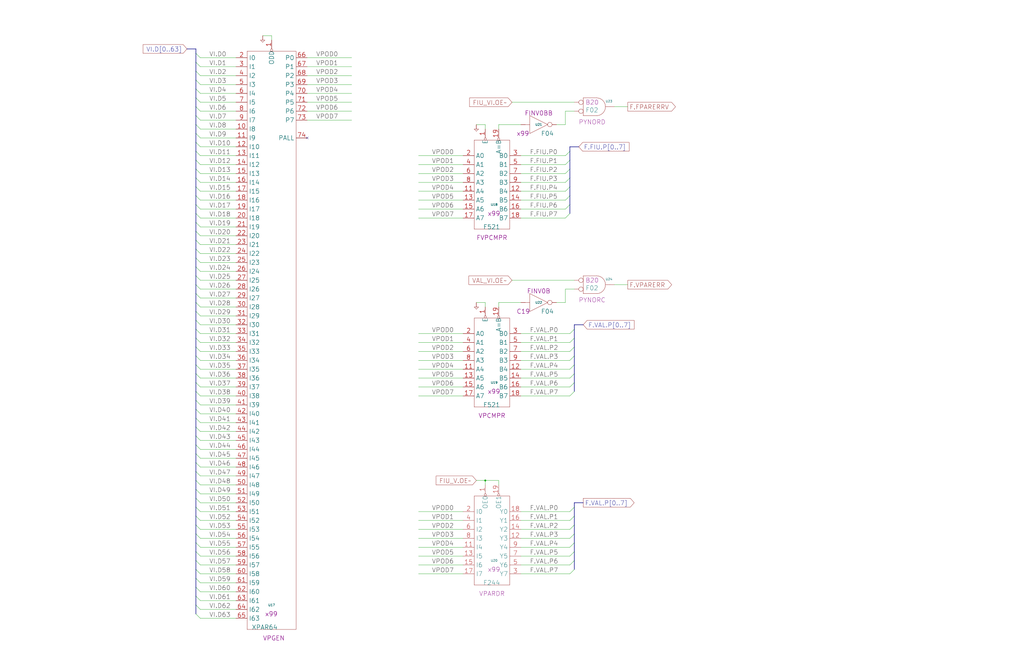
<source format=kicad_sch>
(kicad_sch (version 20221206) (generator eeschema)
  (paper "User" 584.2 378.46)
  (title_block (title "VAL/FIU BUS PARITY") (date "20-MAR-90") (rev "1.0") (comment 1 "FIU") (comment 2 "232-003065") (comment 3 "S400") (comment 4 "RELEASED"))
  (lib_symbols
    (symbol "r1000:F02" (pin_numbers hide) (pin_names hide)
      (property "Reference" "U" (at 12.16 0.635 0))
      (property "Value" "F02" (at -1.27 -4.445 0))
      (property "Location" "___" (at 2.54 0 0))
      (property "Name" "______" (at 2.54 -12.7 0))
      (symbol "F02_0_1"
        (arc (start -3.81 -7.62) (mid -2.9847 -2.54) (end -3.81 2.54) (stroke (width 0.1524)))
        (polyline (pts (xy -5.08 -5.08) (xy -3.175 -5.08)) (stroke (width 0.1524)))
        (polyline (pts (xy -5.08 0) (xy -3.175 0)) (stroke (width 0.1524)))
        (polyline (pts (xy -3.81 -7.62) (xy 2.54 -7.62)) (stroke (width 0.1524)))
        (polyline (pts (xy -3.81 2.54) (xy 2.54 2.54)) (stroke (width 0.1524)))
        (polyline (pts (xy 13.97 -2.54) (xy 12.7 -2.54)) (stroke (width 0.1524)))
        (arc (start 2.54 -7.62) (mid 6.9515 -5.9823) (end 10.16 -2.54) (stroke (width 0.1524)))
        (arc (start 10.16 -2.54) (mid 6.9478 0.8966) (end 2.54 2.54) (stroke (width 0.1524)))
        (circle (center 11.43 -2.54) (radius 1.27) (stroke (width 0.1524)))
      )
      (symbol "F02_0_2"
        (circle (center -3.81 -5.08) (radius 1.27) (stroke (width 0.1524)))
        (circle (center -3.81 0) (radius 1.27) (stroke (width 0.1524)))
        (polyline (pts (xy -2.54 -7.62) (xy 5.08 -7.62)) (stroke (width 0.1524)))
        (polyline (pts (xy -2.54 2.54) (xy -2.54 -7.62)) (stroke (width 0.1524)))
        (polyline (pts (xy -2.54 2.54) (xy 5.08 2.54)) (stroke (width 0.1524)))
        (polyline (pts (xy 11.43 -2.54) (xy 10.16 -2.54)) (stroke (width 0.1524)))
        (polyline (pts (xy 11.43 -2.54) (xy 12.7 -2.54)) (stroke (width 0.1524)))
        (arc (start 5.08 -7.62) (mid 10.1282 -2.54) (end 5.08 2.54) (stroke (width 0.1524)))
      )
      (symbol "F02_1_1"
        (pin input line (at -7.62 0 0) (length 2.54) (name "D0") (number "1"))
        (pin input line (at -7.62 -5.08 0) (length 2.54) (name "D1") (number "2"))
        (pin output line (at 15.24 -2.54 180) (length 1.27) (name "Q") (number "3"))
      )
      (symbol "F02_1_2"
        (pin input line (at -7.62 0 0) (length 2.54) (name "D0") (number "1"))
        (pin input line (at -7.62 -5.08 0) (length 2.54) (name "D1") (number "2"))
        (pin output line (at 15.24 -2.54 180) (length 2.54) (name "Q") (number "3"))
      )
    )
    (symbol "r1000:F04" (pin_numbers hide) (pin_names hide)
      (property "Reference" "U" (at 0 0 0))
      (property "Value" "F04" (at 1.27 -5.08 0))
      (property "Location" "___" (at -12.7 -5.08 0))
      (property "Name" "______" (at 0 5.08 0))
      (symbol "F04_0_1"
        (polyline (pts (xy -7.62 0) (xy -5.08 0)) (stroke (width 0.1524)))
        (polyline (pts (xy -5.08 5.08) (xy -5.08 -5.08)) (stroke (width 0.1524)))
        (polyline (pts (xy 5.08 0) (xy -5.08 -5.08)) (stroke (width 0.1524)))
        (polyline (pts (xy 5.08 0) (xy -5.08 5.08)) (stroke (width 0.1524)))
        (circle (center 6.35 0) (radius 1.27) (stroke (width 0.1524)))
      )
      (symbol "F04_1_1"
        (pin input line (at -10.16 0 0) (length 2.54) (name "D0") (number "1"))
        (pin output line (at 10.16 0 180) (length 2.54) (name "Q") (number "2"))
      )
    )
    (symbol "r1000:F244" (pin_names (offset 1.016))
      (property "Reference" "U" (at 2.54 5.08 0))
      (property "Value" "F244" (at -3.81 -7.62 0))
      (property "Location" "___" (at -1.27 0 0))
      (property "Name" "______" (at 1.27 -15.24 0))
      (symbol "F244_1_1"
        (rectangle (start -8.89 41.91) (end 11.43 -8.89))
        (circle (center -2.54 42.545) (radius 0.635))
        (circle (center 5.08 42.545) (radius 0.635))
        (pin input line (at -2.54 48.26 270) (length 5.08) (name "OE0") (number "1"))
        (pin input line (at -15.24 12.7 0) (length 6.35) (name "I4") (number "11"))
        (pin tri_state line (at 17.78 17.78 180) (length 6.35) (name "Y3") (number "12"))
        (pin input line (at -15.24 7.62 0) (length 6.35) (name "I5") (number "13"))
        (pin tri_state line (at 17.78 22.86 180) (length 6.35) (name "Y2") (number "14"))
        (pin input line (at -15.24 2.54 0) (length 6.35) (name "I6") (number "15"))
        (pin tri_state line (at 17.78 27.94 180) (length 6.35) (name "Y1") (number "16"))
        (pin input line (at -15.24 -2.54 0) (length 6.35) (name "I7") (number "17"))
        (pin tri_state line (at 17.78 33.02 180) (length 6.35) (name "Y0") (number "18"))
        (pin input line (at 5.08 48.26 270) (length 5.08) (name "OE1") (number "19"))
        (pin input line (at -15.24 33.02 0) (length 6.35) (name "I0") (number "2"))
        (pin tri_state line (at 17.78 -2.54 180) (length 6.35) (name "Y7") (number "3"))
        (pin input line (at -15.24 27.94 0) (length 6.35) (name "I1") (number "4"))
        (pin tri_state line (at 17.78 2.54 180) (length 6.35) (name "Y6") (number "5"))
        (pin input line (at -15.24 22.86 0) (length 6.35) (name "I2") (number "6"))
        (pin tri_state line (at 17.78 7.62 180) (length 6.35) (name "Y5") (number "7"))
        (pin input line (at -15.24 17.78 0) (length 6.35) (name "I3") (number "8"))
        (pin tri_state line (at 17.78 12.7 180) (length 6.35) (name "Y4") (number "9"))
      )
    )
    (symbol "r1000:F521" (pin_names (offset 1.016))
      (property "Reference" "U" (at 2.54 5.08 0))
      (property "Value" "F521" (at -3.81 -7.62 0))
      (property "Location" "___" (at -1.27 0 0))
      (property "Name" "______" (at 1.27 -15.24 0))
      (symbol "F521_1_1"
        (rectangle (start -8.89 41.91) (end 11.43 -8.89))
        (circle (center -2.54 42.545) (radius 0.635))
        (circle (center 5.08 42.545) (radius 0.635))
        (pin input line (at -2.54 48.26 270) (length 5.08) (name "E") (number "1"))
        (pin input line (at -15.24 12.7 0) (length 6.35) (name "A4") (number "11"))
        (pin input line (at 17.78 12.7 180) (length 6.35) (name "B4") (number "12"))
        (pin input line (at -15.24 7.62 0) (length 6.35) (name "A5") (number "13"))
        (pin input line (at 17.78 7.62 180) (length 6.35) (name "B5") (number "14"))
        (pin input line (at -15.24 2.54 0) (length 6.35) (name "A6") (number "15"))
        (pin input line (at 17.78 2.54 180) (length 6.35) (name "B6") (number "16"))
        (pin input line (at -15.24 -2.54 0) (length 6.35) (name "A7") (number "17"))
        (pin input line (at 17.78 -2.54 180) (length 6.35) (name "B7") (number "18"))
        (pin output line (at 5.08 48.26 270) (length 5.08) (name "A=B") (number "19"))
        (pin input line (at -15.24 33.02 0) (length 6.35) (name "A0") (number "2"))
        (pin input line (at 17.78 33.02 180) (length 6.35) (name "B0") (number "3"))
        (pin input line (at -15.24 27.94 0) (length 6.35) (name "A1") (number "4"))
        (pin input line (at 17.78 27.94 180) (length 6.35) (name "B1") (number "5"))
        (pin input line (at -15.24 22.86 0) (length 6.35) (name "A2") (number "6"))
        (pin input line (at 17.78 22.86 180) (length 6.35) (name "B2") (number "7"))
        (pin input line (at -15.24 17.78 0) (length 6.35) (name "A3") (number "8"))
        (pin input line (at 17.78 17.78 180) (length 6.35) (name "B3") (number "9"))
      )
    )
    (symbol "r1000:PD" (power) (pin_numbers hide) (pin_names hide) (in_bom no)
      (symbol "PD_0_1"
        (polyline (pts (xy 0 -2.54) (xy 1.27 -2.54) (xy 0 -3.81) (xy -1.27 -2.54) (xy 0 -2.54)) (stroke (width 0.1524)))
      )
      (symbol "PD_1_1"
        (pin power_in line (at 0 0 270) (length 2.54) (name "PD") (number "1"))
      )
    )
    (symbol "r1000:XPAR64" (pin_names (offset 1.016))
      (property "Reference" "U" (at 2.54 5.08 0))
      (property "Value" "XPAR64" (at -8.89 -7.62 0))
      (property "Location" "___" (at -1.27 0 0))
      (property "Name" "______" (at 3.81 -15.24 0))
      (symbol "XPAR64_1_1"
        (rectangle (start -11.43 321.31) (end 16.51 -8.89))
        (circle (center 2.54 321.945) (radius 0.635))
        (pin input line (at 2.54 327.66 270) (length 5.08) (name "ODD") (number "1"))
        (pin input line (at -17.78 276.86 0) (length 6.35) (name "I8") (number "10"))
        (pin input line (at -17.78 271.78 0) (length 6.35) (name "I9") (number "11"))
        (pin input line (at -17.78 266.7 0) (length 6.35) (name "I10") (number "12"))
        (pin input line (at -17.78 261.62 0) (length 6.35) (name "I11") (number "13"))
        (pin input line (at -17.78 256.54 0) (length 6.35) (name "I12") (number "14"))
        (pin input line (at -17.78 251.46 0) (length 6.35) (name "I13") (number "15"))
        (pin input line (at -17.78 246.38 0) (length 6.35) (name "I14") (number "16"))
        (pin input line (at -17.78 241.3 0) (length 6.35) (name "I15") (number "17"))
        (pin input line (at -17.78 236.22 0) (length 6.35) (name "I16") (number "18"))
        (pin input line (at -17.78 231.14 0) (length 6.35) (name "I17") (number "19"))
        (pin input line (at -17.78 317.5 0) (length 6.35) (name "I0") (number "2"))
        (pin input line (at -17.78 226.06 0) (length 6.35) (name "I18") (number "20"))
        (pin input line (at -17.78 220.98 0) (length 6.35) (name "I19") (number "21"))
        (pin input line (at -17.78 215.9 0) (length 6.35) (name "I20") (number "22"))
        (pin input line (at -17.78 210.82 0) (length 6.35) (name "I21") (number "23"))
        (pin input line (at -17.78 205.74 0) (length 6.35) (name "I22") (number "24"))
        (pin input line (at -17.78 200.66 0) (length 6.35) (name "I23") (number "25"))
        (pin input line (at -17.78 195.58 0) (length 6.35) (name "I24") (number "26"))
        (pin input line (at -17.78 190.5 0) (length 6.35) (name "I25") (number "27"))
        (pin input line (at -17.78 185.42 0) (length 6.35) (name "I26") (number "28"))
        (pin input line (at -17.78 180.34 0) (length 6.35) (name "I27") (number "29"))
        (pin input line (at -17.78 312.42 0) (length 6.35) (name "I1") (number "3"))
        (pin input line (at -17.78 175.26 0) (length 6.35) (name "I28") (number "30"))
        (pin input line (at -17.78 170.18 0) (length 6.35) (name "I29") (number "31"))
        (pin input line (at -17.78 165.1 0) (length 6.35) (name "I30") (number "32"))
        (pin input line (at -17.78 160.02 0) (length 6.35) (name "I31") (number "33"))
        (pin input line (at -17.78 154.94 0) (length 6.35) (name "I32") (number "34"))
        (pin input line (at -17.78 149.86 0) (length 6.35) (name "I33") (number "35"))
        (pin input line (at -17.78 144.78 0) (length 6.35) (name "I34") (number "36"))
        (pin input line (at -17.78 139.7 0) (length 6.35) (name "I35") (number "37"))
        (pin input line (at -17.78 134.62 0) (length 6.35) (name "I36") (number "38"))
        (pin input line (at -17.78 129.54 0) (length 6.35) (name "I37") (number "39"))
        (pin input line (at -17.78 307.34 0) (length 6.35) (name "I2") (number "4"))
        (pin input line (at -17.78 124.46 0) (length 6.35) (name "I38") (number "40"))
        (pin input line (at -17.78 119.38 0) (length 6.35) (name "I39") (number "41"))
        (pin input line (at -17.78 114.3 0) (length 6.35) (name "I40") (number "42"))
        (pin input line (at -17.78 109.22 0) (length 6.35) (name "I41") (number "43"))
        (pin input line (at -17.78 104.14 0) (length 6.35) (name "I42") (number "44"))
        (pin input line (at -17.78 99.06 0) (length 6.35) (name "I43") (number "45"))
        (pin input line (at -17.78 93.98 0) (length 6.35) (name "I44") (number "46"))
        (pin input line (at -17.78 88.9 0) (length 6.35) (name "I45") (number "47"))
        (pin input line (at -17.78 83.82 0) (length 6.35) (name "I46") (number "48"))
        (pin input line (at -17.78 78.74 0) (length 6.35) (name "I47") (number "49"))
        (pin input line (at -17.78 302.26 0) (length 6.35) (name "I3") (number "5"))
        (pin input line (at -17.78 73.66 0) (length 6.35) (name "I48") (number "50"))
        (pin input line (at -17.78 68.58 0) (length 6.35) (name "I49") (number "51"))
        (pin input line (at -17.78 63.5 0) (length 6.35) (name "I50") (number "52"))
        (pin input line (at -17.78 58.42 0) (length 6.35) (name "I51") (number "53"))
        (pin input line (at -17.78 53.34 0) (length 6.35) (name "I52") (number "54"))
        (pin input line (at -17.78 48.26 0) (length 6.35) (name "I53") (number "55"))
        (pin input line (at -17.78 43.18 0) (length 6.35) (name "I54") (number "56"))
        (pin input line (at -17.78 38.1 0) (length 6.35) (name "I55") (number "57"))
        (pin input line (at -17.78 33.02 0) (length 6.35) (name "I56") (number "58"))
        (pin input line (at -17.78 27.94 0) (length 6.35) (name "I57") (number "59"))
        (pin input line (at -17.78 297.18 0) (length 6.35) (name "I4") (number "6"))
        (pin input line (at -17.78 22.86 0) (length 6.35) (name "I58") (number "60"))
        (pin input line (at -17.78 17.78 0) (length 6.35) (name "I59") (number "61"))
        (pin input line (at -17.78 12.7 0) (length 6.35) (name "I60") (number "62"))
        (pin input line (at -17.78 7.62 0) (length 6.35) (name "I61") (number "63"))
        (pin input line (at -17.78 2.54 0) (length 6.35) (name "I62") (number "64"))
        (pin input line (at -17.78 -2.54 0) (length 6.35) (name "I63") (number "65"))
        (pin output line (at 22.86 317.5 180) (length 6.35) (name "P0") (number "66"))
        (pin output line (at 22.86 312.42 180) (length 6.35) (name "P1") (number "67"))
        (pin output line (at 22.86 307.34 180) (length 6.35) (name "P2") (number "68"))
        (pin output line (at 22.86 302.26 180) (length 6.35) (name "P3") (number "69"))
        (pin input line (at -17.78 292.1 0) (length 6.35) (name "I5") (number "7"))
        (pin output line (at 22.86 297.18 180) (length 6.35) (name "P4") (number "70"))
        (pin output line (at 22.86 292.1 180) (length 6.35) (name "P5") (number "71"))
        (pin output line (at 22.86 287.02 180) (length 6.35) (name "P6") (number "72"))
        (pin output line (at 22.86 281.94 180) (length 6.35) (name "P7") (number "73"))
        (pin output line (at 22.86 271.78 180) (length 6.35) (name "PALL") (number "74"))
        (pin input line (at -17.78 287.02 0) (length 6.35) (name "I6") (number "8"))
        (pin input line (at -17.78 281.94 0) (length 6.35) (name "I7") (number "9"))
      )
    )
  )
  (junction (at 276.86 274.32))
  (no_connect (at 175.26 78.74))
  (bus_entry (at 111.76 116.84) (size 2.54 2.54))
  (bus_entry (at 111.76 269.24) (size 2.54 2.54))
  (bus_entry (at 111.76 162.56) (size 2.54 2.54))
  (bus_entry (at 111.76 60.96) (size 2.54 2.54))
  (bus_entry (at 111.76 137.16) (size 2.54 2.54))
  (bus_entry (at 111.76 172.72) (size 2.54 2.54))
  (bus_entry (at 111.76 345.44) (size 2.54 2.54))
  (bus_entry (at 327.66 218.44) (size -2.54 2.54))
  (bus_entry (at 111.76 187.96) (size 2.54 2.54))
  (bus_entry (at 111.76 223.52) (size 2.54 2.54))
  (bus_entry (at 327.66 309.88) (size -2.54 2.54))
  (bus_entry (at 111.76 213.36) (size 2.54 2.54))
  (bus_entry (at 111.76 45.72) (size 2.54 2.54))
  (bus_entry (at 111.76 289.56) (size 2.54 2.54))
  (bus_entry (at 111.76 198.12) (size 2.54 2.54))
  (bus_entry (at 111.76 71.12) (size 2.54 2.54))
  (bus_entry (at 111.76 254) (size 2.54 2.54))
  (bus_entry (at 325.12 121.92) (size -2.54 2.54))
  (bus_entry (at 111.76 248.92) (size 2.54 2.54))
  (bus_entry (at 111.76 50.8) (size 2.54 2.54))
  (bus_entry (at 111.76 106.68) (size 2.54 2.54))
  (bus_entry (at 111.76 86.36) (size 2.54 2.54))
  (bus_entry (at 111.76 142.24) (size 2.54 2.54))
  (bus_entry (at 111.76 320.04) (size 2.54 2.54))
  (bus_entry (at 327.66 203.2) (size -2.54 2.54))
  (bus_entry (at 111.76 340.36) (size 2.54 2.54))
  (bus_entry (at 111.76 193.04) (size 2.54 2.54))
  (bus_entry (at 111.76 127) (size 2.54 2.54))
  (bus_entry (at 111.76 335.28) (size 2.54 2.54))
  (bus_entry (at 327.66 289.56) (size -2.54 2.54))
  (bus_entry (at 111.76 167.64) (size 2.54 2.54))
  (bus_entry (at 327.66 314.96) (size -2.54 2.54))
  (bus_entry (at 111.76 81.28) (size 2.54 2.54))
  (bus_entry (at 327.66 304.8) (size -2.54 2.54))
  (bus_entry (at 327.66 187.96) (size -2.54 2.54))
  (bus_entry (at 325.12 116.84) (size -2.54 2.54))
  (bus_entry (at 111.76 299.72) (size 2.54 2.54))
  (bus_entry (at 111.76 157.48) (size 2.54 2.54))
  (bus_entry (at 111.76 121.92) (size 2.54 2.54))
  (bus_entry (at 111.76 101.6) (size 2.54 2.54))
  (bus_entry (at 111.76 218.44) (size 2.54 2.54))
  (bus_entry (at 111.76 294.64) (size 2.54 2.54))
  (bus_entry (at 325.12 106.68) (size -2.54 2.54))
  (bus_entry (at 111.76 304.8) (size 2.54 2.54))
  (bus_entry (at 111.76 309.88) (size 2.54 2.54))
  (bus_entry (at 327.66 299.72) (size -2.54 2.54))
  (bus_entry (at 111.76 111.76) (size 2.54 2.54))
  (bus_entry (at 111.76 91.44) (size 2.54 2.54))
  (bus_entry (at 327.66 193.04) (size -2.54 2.54))
  (bus_entry (at 111.76 66.04) (size 2.54 2.54))
  (bus_entry (at 111.76 35.56) (size 2.54 2.54))
  (bus_entry (at 111.76 228.6) (size 2.54 2.54))
  (bus_entry (at 111.76 203.2) (size 2.54 2.54))
  (bus_entry (at 111.76 284.48) (size 2.54 2.54))
  (bus_entry (at 111.76 350.52) (size 2.54 2.54))
  (bus_entry (at 111.76 238.76) (size 2.54 2.54))
  (bus_entry (at 111.76 152.4) (size 2.54 2.54))
  (bus_entry (at 111.76 147.32) (size 2.54 2.54))
  (bus_entry (at 111.76 132.08) (size 2.54 2.54))
  (bus_entry (at 325.12 111.76) (size -2.54 2.54))
  (bus_entry (at 111.76 279.4) (size 2.54 2.54))
  (bus_entry (at 327.66 198.12) (size -2.54 2.54))
  (bus_entry (at 111.76 30.48) (size 2.54 2.54))
  (bus_entry (at 325.12 101.6) (size -2.54 2.54))
  (bus_entry (at 111.76 55.88) (size 2.54 2.54))
  (bus_entry (at 111.76 182.88) (size 2.54 2.54))
  (bus_entry (at 325.12 91.44) (size -2.54 2.54))
  (bus_entry (at 327.66 208.28) (size -2.54 2.54))
  (bus_entry (at 111.76 243.84) (size 2.54 2.54))
  (bus_entry (at 111.76 96.52) (size 2.54 2.54))
  (bus_entry (at 111.76 208.28) (size 2.54 2.54))
  (bus_entry (at 327.66 325.12) (size -2.54 2.54))
  (bus_entry (at 111.76 264.16) (size 2.54 2.54))
  (bus_entry (at 111.76 259.08) (size 2.54 2.54))
  (bus_entry (at 111.76 40.64) (size 2.54 2.54))
  (bus_entry (at 327.66 223.52) (size -2.54 2.54))
  (bus_entry (at 325.12 86.36) (size -2.54 2.54))
  (bus_entry (at 111.76 325.12) (size 2.54 2.54))
  (bus_entry (at 325.12 96.52) (size -2.54 2.54))
  (bus_entry (at 327.66 213.36) (size -2.54 2.54))
  (bus_entry (at 111.76 274.32) (size 2.54 2.54))
  (bus_entry (at 111.76 177.8) (size 2.54 2.54))
  (bus_entry (at 111.76 233.68) (size 2.54 2.54))
  (bus_entry (at 327.66 320.04) (size -2.54 2.54))
  (bus_entry (at 111.76 76.2) (size 2.54 2.54))
  (bus_entry (at 111.76 330.2) (size 2.54 2.54))
  (bus_entry (at 327.66 294.64) (size -2.54 2.54))
  (bus_entry (at 111.76 314.96) (size 2.54 2.54))
  (wire (pts (xy 297.18 317.5) (xy 325.12 317.5)))
  (bus (pts (xy 327.66 309.88) (xy 327.66 314.96)))
  (bus (pts (xy 325.12 116.84) (xy 325.12 121.92)))
  (wire (pts (xy 264.16 114.3) (xy 238.76 114.3)))
  (wire (pts (xy 114.3 327.66) (xy 134.62 327.66)))
  (wire (pts (xy 114.3 139.7) (xy 134.62 139.7)))
  (wire (pts (xy 297.18 307.34) (xy 325.12 307.34)))
  (wire (pts (xy 114.3 205.74) (xy 134.62 205.74)))
  (wire (pts (xy 238.76 302.26) (xy 264.16 302.26)))
  (bus (pts (xy 325.12 96.52) (xy 325.12 101.6)))
  (bus (pts (xy 327.66 304.8) (xy 327.66 309.88)))
  (bus (pts (xy 111.76 152.4) (xy 111.76 157.48)))
  (bus (pts (xy 111.76 218.44) (xy 111.76 223.52)))
  (bus (pts (xy 111.76 96.52) (xy 111.76 101.6)))
  (wire (pts (xy 322.58 71.12) (xy 322.58 63.5)))
  (bus (pts (xy 327.66 203.2) (xy 327.66 208.28)))
  (wire (pts (xy 325.12 220.98) (xy 297.18 220.98)))
  (wire (pts (xy 297.18 327.66) (xy 325.12 327.66)))
  (bus (pts (xy 111.76 330.2) (xy 111.76 335.28)))
  (bus (pts (xy 111.76 116.84) (xy 111.76 121.92)))
  (wire (pts (xy 322.58 88.9) (xy 297.18 88.9)))
  (bus (pts (xy 111.76 284.48) (xy 111.76 289.56)))
  (wire (pts (xy 264.16 226.06) (xy 238.76 226.06)))
  (bus (pts (xy 111.76 274.32) (xy 111.76 279.4)))
  (wire (pts (xy 114.3 165.1) (xy 134.62 165.1)))
  (wire (pts (xy 297.18 322.58) (xy 325.12 322.58)))
  (bus (pts (xy 111.76 106.68) (xy 111.76 111.76)))
  (bus (pts (xy 111.76 228.6) (xy 111.76 233.68)))
  (bus (pts (xy 111.76 142.24) (xy 111.76 147.32)))
  (wire (pts (xy 238.76 307.34) (xy 264.16 307.34)))
  (wire (pts (xy 114.3 154.94) (xy 134.62 154.94)))
  (wire (pts (xy 276.86 71.12) (xy 271.78 71.12)))
  (wire (pts (xy 238.76 322.58) (xy 264.16 322.58)))
  (wire (pts (xy 114.3 33.02) (xy 134.62 33.02)))
  (wire (pts (xy 114.3 83.82) (xy 134.62 83.82)))
  (bus (pts (xy 327.66 193.04) (xy 327.66 198.12)))
  (bus (pts (xy 327.66 218.44) (xy 327.66 223.52)))
  (wire (pts (xy 114.3 231.14) (xy 134.62 231.14)))
  (bus (pts (xy 111.76 325.12) (xy 111.76 330.2)))
  (wire (pts (xy 114.3 73.66) (xy 134.62 73.66)))
  (wire (pts (xy 114.3 38.1) (xy 134.62 38.1)))
  (bus (pts (xy 106.68 27.94) (xy 111.76 27.94)))
  (wire (pts (xy 154.94 22.86) (xy 154.94 20.32)))
  (wire (pts (xy 175.26 43.18) (xy 200.66 43.18)))
  (wire (pts (xy 264.16 195.58) (xy 238.76 195.58)))
  (wire (pts (xy 114.3 276.86) (xy 134.62 276.86)))
  (wire (pts (xy 175.26 38.1) (xy 200.66 38.1)))
  (wire (pts (xy 114.3 53.34) (xy 134.62 53.34)))
  (wire (pts (xy 114.3 160.02) (xy 134.62 160.02)))
  (wire (pts (xy 114.3 93.98) (xy 134.62 93.98)))
  (wire (pts (xy 297.18 312.42) (xy 325.12 312.42)))
  (wire (pts (xy 175.26 48.26) (xy 200.66 48.26)))
  (wire (pts (xy 114.3 266.7) (xy 134.62 266.7)))
  (wire (pts (xy 322.58 63.5) (xy 327.66 63.5)))
  (wire (pts (xy 297.18 297.18) (xy 325.12 297.18)))
  (wire (pts (xy 114.3 63.5) (xy 134.62 63.5)))
  (bus (pts (xy 327.66 185.42) (xy 327.66 187.96)))
  (bus (pts (xy 111.76 193.04) (xy 111.76 198.12)))
  (wire (pts (xy 114.3 251.46) (xy 134.62 251.46)))
  (wire (pts (xy 325.12 200.66) (xy 297.18 200.66)))
  (wire (pts (xy 276.86 73.66) (xy 276.86 71.12)))
  (wire (pts (xy 322.58 109.22) (xy 297.18 109.22)))
  (wire (pts (xy 264.16 109.22) (xy 238.76 109.22)))
  (wire (pts (xy 114.3 119.38) (xy 134.62 119.38)))
  (wire (pts (xy 284.48 172.72) (xy 297.18 172.72)))
  (wire (pts (xy 114.3 78.74) (xy 134.62 78.74)))
  (wire (pts (xy 175.26 33.02) (xy 200.66 33.02)))
  (bus (pts (xy 327.66 287.02) (xy 327.66 289.56)))
  (wire (pts (xy 276.86 276.86) (xy 276.86 274.32)))
  (wire (pts (xy 284.48 276.86) (xy 284.48 274.32)))
  (bus (pts (xy 325.12 111.76) (xy 325.12 116.84)))
  (bus (pts (xy 111.76 50.8) (xy 111.76 55.88)))
  (wire (pts (xy 114.3 190.5) (xy 134.62 190.5)))
  (bus (pts (xy 327.66 289.56) (xy 327.66 294.64)))
  (bus (pts (xy 111.76 187.96) (xy 111.76 193.04)))
  (bus (pts (xy 111.76 335.28) (xy 111.76 340.36)))
  (wire (pts (xy 114.3 215.9) (xy 134.62 215.9)))
  (wire (pts (xy 114.3 337.82) (xy 134.62 337.82)))
  (bus (pts (xy 111.76 30.48) (xy 111.76 35.56)))
  (wire (pts (xy 114.3 287.02) (xy 134.62 287.02)))
  (wire (pts (xy 114.3 58.42) (xy 134.62 58.42)))
  (wire (pts (xy 264.16 124.46) (xy 238.76 124.46)))
  (bus (pts (xy 111.76 172.72) (xy 111.76 177.8)))
  (bus (pts (xy 111.76 269.24) (xy 111.76 274.32)))
  (bus (pts (xy 111.76 40.64) (xy 111.76 45.72)))
  (bus (pts (xy 111.76 320.04) (xy 111.76 325.12)))
  (wire (pts (xy 322.58 114.3) (xy 297.18 114.3)))
  (bus (pts (xy 111.76 314.96) (xy 111.76 320.04)))
  (wire (pts (xy 238.76 297.18) (xy 264.16 297.18)))
  (wire (pts (xy 114.3 226.06) (xy 134.62 226.06)))
  (bus (pts (xy 111.76 81.28) (xy 111.76 86.36)))
  (bus (pts (xy 111.76 157.48) (xy 111.76 162.56)))
  (wire (pts (xy 325.12 190.5) (xy 297.18 190.5)))
  (bus (pts (xy 111.76 66.04) (xy 111.76 71.12)))
  (wire (pts (xy 317.5 71.12) (xy 322.58 71.12)))
  (wire (pts (xy 114.3 332.74) (xy 134.62 332.74)))
  (bus (pts (xy 111.76 137.16) (xy 111.76 142.24)))
  (wire (pts (xy 114.3 261.62) (xy 134.62 261.62)))
  (wire (pts (xy 322.58 165.1) (xy 327.66 165.1)))
  (wire (pts (xy 264.16 200.66) (xy 238.76 200.66)))
  (wire (pts (xy 284.48 73.66) (xy 284.48 71.12)))
  (bus (pts (xy 111.76 254) (xy 111.76 259.08)))
  (bus (pts (xy 111.76 233.68) (xy 111.76 238.76)))
  (wire (pts (xy 292.1 160.02) (xy 327.66 160.02)))
  (wire (pts (xy 238.76 292.1) (xy 264.16 292.1)))
  (wire (pts (xy 114.3 129.54) (xy 134.62 129.54)))
  (wire (pts (xy 276.86 175.26) (xy 276.86 172.72)))
  (wire (pts (xy 114.3 246.38) (xy 134.62 246.38)))
  (bus (pts (xy 111.76 309.88) (xy 111.76 314.96)))
  (wire (pts (xy 114.3 104.14) (xy 134.62 104.14)))
  (bus (pts (xy 327.66 299.72) (xy 327.66 304.8)))
  (bus (pts (xy 327.66 320.04) (xy 327.66 325.12)))
  (bus (pts (xy 327.66 294.64) (xy 327.66 299.72)))
  (bus (pts (xy 111.76 259.08) (xy 111.76 264.16)))
  (wire (pts (xy 322.58 172.72) (xy 322.58 165.1)))
  (wire (pts (xy 114.3 88.9) (xy 134.62 88.9)))
  (bus (pts (xy 327.66 213.36) (xy 327.66 218.44)))
  (wire (pts (xy 114.3 302.26) (xy 134.62 302.26)))
  (wire (pts (xy 264.16 119.38) (xy 238.76 119.38)))
  (wire (pts (xy 175.26 53.34) (xy 200.66 53.34)))
  (bus (pts (xy 111.76 345.44) (xy 111.76 350.52)))
  (bus (pts (xy 111.76 264.16) (xy 111.76 269.24)))
  (wire (pts (xy 325.12 215.9) (xy 297.18 215.9)))
  (wire (pts (xy 114.3 68.58) (xy 134.62 68.58)))
  (wire (pts (xy 322.58 99.06) (xy 297.18 99.06)))
  (wire (pts (xy 264.16 210.82) (xy 238.76 210.82)))
  (bus (pts (xy 330.2 83.82) (xy 325.12 83.82)))
  (bus (pts (xy 111.76 45.72) (xy 111.76 50.8)))
  (wire (pts (xy 175.26 58.42) (xy 200.66 58.42)))
  (wire (pts (xy 114.3 175.26) (xy 134.62 175.26)))
  (bus (pts (xy 111.76 60.96) (xy 111.76 66.04)))
  (bus (pts (xy 111.76 198.12) (xy 111.76 203.2)))
  (wire (pts (xy 114.3 271.78) (xy 134.62 271.78)))
  (bus (pts (xy 111.76 35.56) (xy 111.76 40.64)))
  (bus (pts (xy 111.76 340.36) (xy 111.76 345.44)))
  (wire (pts (xy 114.3 99.06) (xy 134.62 99.06)))
  (wire (pts (xy 114.3 200.66) (xy 134.62 200.66)))
  (wire (pts (xy 264.16 104.14) (xy 238.76 104.14)))
  (bus (pts (xy 111.76 86.36) (xy 111.76 91.44)))
  (bus (pts (xy 111.76 76.2) (xy 111.76 81.28)))
  (bus (pts (xy 111.76 147.32) (xy 111.76 152.4)))
  (wire (pts (xy 238.76 327.66) (xy 264.16 327.66)))
  (wire (pts (xy 284.48 274.32) (xy 276.86 274.32)))
  (wire (pts (xy 350.52 60.96) (xy 358.14 60.96)))
  (wire (pts (xy 114.3 347.98) (xy 134.62 347.98)))
  (wire (pts (xy 350.52 162.56) (xy 358.14 162.56)))
  (bus (pts (xy 325.12 106.68) (xy 325.12 111.76)))
  (bus (pts (xy 111.76 71.12) (xy 111.76 76.2)))
  (bus (pts (xy 327.66 287.02) (xy 332.74 287.02)))
  (wire (pts (xy 114.3 317.5) (xy 134.62 317.5)))
  (wire (pts (xy 114.3 210.82) (xy 134.62 210.82)))
  (wire (pts (xy 114.3 124.46) (xy 134.62 124.46)))
  (wire (pts (xy 322.58 93.98) (xy 297.18 93.98)))
  (bus (pts (xy 111.76 127) (xy 111.76 132.08)))
  (wire (pts (xy 114.3 109.22) (xy 134.62 109.22)))
  (wire (pts (xy 264.16 215.9) (xy 238.76 215.9)))
  (wire (pts (xy 276.86 274.32) (xy 271.78 274.32)))
  (bus (pts (xy 325.12 86.36) (xy 325.12 91.44)))
  (wire (pts (xy 114.3 170.18) (xy 134.62 170.18)))
  (wire (pts (xy 325.12 226.06) (xy 297.18 226.06)))
  (wire (pts (xy 114.3 353.06) (xy 134.62 353.06)))
  (wire (pts (xy 114.3 241.3) (xy 134.62 241.3)))
  (bus (pts (xy 111.76 289.56) (xy 111.76 294.64)))
  (wire (pts (xy 325.12 195.58) (xy 297.18 195.58)))
  (wire (pts (xy 154.94 20.32) (xy 149.86 20.32)))
  (bus (pts (xy 111.76 182.88) (xy 111.76 187.96)))
  (wire (pts (xy 114.3 43.18) (xy 134.62 43.18)))
  (wire (pts (xy 114.3 220.98) (xy 134.62 220.98)))
  (wire (pts (xy 284.48 175.26) (xy 284.48 172.72)))
  (wire (pts (xy 114.3 144.78) (xy 134.62 144.78)))
  (wire (pts (xy 322.58 124.46) (xy 297.18 124.46)))
  (wire (pts (xy 114.3 307.34) (xy 134.62 307.34)))
  (bus (pts (xy 111.76 162.56) (xy 111.76 167.64)))
  (wire (pts (xy 297.18 292.1) (xy 325.12 292.1)))
  (wire (pts (xy 264.16 93.98) (xy 238.76 93.98)))
  (wire (pts (xy 175.26 63.5) (xy 200.66 63.5)))
  (bus (pts (xy 325.12 91.44) (xy 325.12 96.52)))
  (bus (pts (xy 327.66 314.96) (xy 327.66 320.04)))
  (wire (pts (xy 114.3 342.9) (xy 134.62 342.9)))
  (bus (pts (xy 111.76 101.6) (xy 111.76 106.68)))
  (wire (pts (xy 322.58 119.38) (xy 297.18 119.38)))
  (bus (pts (xy 327.66 208.28) (xy 327.66 213.36)))
  (bus (pts (xy 111.76 91.44) (xy 111.76 96.52)))
  (wire (pts (xy 114.3 292.1) (xy 134.62 292.1)))
  (wire (pts (xy 238.76 317.5) (xy 264.16 317.5)))
  (wire (pts (xy 114.3 195.58) (xy 134.62 195.58)))
  (bus (pts (xy 111.76 304.8) (xy 111.76 309.88)))
  (bus (pts (xy 111.76 121.92) (xy 111.76 127)))
  (wire (pts (xy 114.3 322.58) (xy 134.62 322.58)))
  (wire (pts (xy 114.3 281.94) (xy 134.62 281.94)))
  (wire (pts (xy 264.16 99.06) (xy 238.76 99.06)))
  (wire (pts (xy 114.3 236.22) (xy 134.62 236.22)))
  (bus (pts (xy 111.76 294.64) (xy 111.76 299.72)))
  (wire (pts (xy 114.3 134.62) (xy 134.62 134.62)))
  (wire (pts (xy 175.26 68.58) (xy 200.66 68.58)))
  (wire (pts (xy 114.3 149.86) (xy 134.62 149.86)))
  (wire (pts (xy 114.3 312.42) (xy 134.62 312.42)))
  (wire (pts (xy 114.3 297.18) (xy 134.62 297.18)))
  (bus (pts (xy 111.76 299.72) (xy 111.76 304.8)))
  (wire (pts (xy 114.3 48.26) (xy 134.62 48.26)))
  (bus (pts (xy 111.76 243.84) (xy 111.76 248.92)))
  (wire (pts (xy 114.3 180.34) (xy 134.62 180.34)))
  (bus (pts (xy 111.76 111.76) (xy 111.76 116.84)))
  (wire (pts (xy 317.5 172.72) (xy 322.58 172.72)))
  (bus (pts (xy 111.76 213.36) (xy 111.76 218.44)))
  (bus (pts (xy 111.76 167.64) (xy 111.76 172.72)))
  (wire (pts (xy 322.58 104.14) (xy 297.18 104.14)))
  (wire (pts (xy 114.3 256.54) (xy 134.62 256.54)))
  (bus (pts (xy 111.76 177.8) (xy 111.76 182.88)))
  (wire (pts (xy 114.3 114.3) (xy 134.62 114.3)))
  (bus (pts (xy 111.76 279.4) (xy 111.76 284.48)))
  (wire (pts (xy 325.12 205.74) (xy 297.18 205.74)))
  (wire (pts (xy 325.12 210.82) (xy 297.18 210.82)))
  (bus (pts (xy 111.76 203.2) (xy 111.76 208.28)))
  (wire (pts (xy 276.86 172.72) (xy 271.78 172.72)))
  (bus (pts (xy 325.12 101.6) (xy 325.12 106.68)))
  (wire (pts (xy 292.1 58.42) (xy 327.66 58.42)))
  (wire (pts (xy 264.16 190.5) (xy 238.76 190.5)))
  (wire (pts (xy 264.16 205.74) (xy 238.76 205.74)))
  (bus (pts (xy 327.66 198.12) (xy 327.66 203.2)))
  (bus (pts (xy 111.76 238.76) (xy 111.76 243.84)))
  (wire (pts (xy 238.76 312.42) (xy 264.16 312.42)))
  (wire (pts (xy 114.3 185.42) (xy 134.62 185.42)))
  (bus (pts (xy 332.74 185.42) (xy 327.66 185.42)))
  (bus (pts (xy 325.12 83.82) (xy 325.12 86.36)))
  (bus (pts (xy 111.76 248.92) (xy 111.76 254)))
  (wire (pts (xy 297.18 302.26) (xy 325.12 302.26)))
  (bus (pts (xy 327.66 187.96) (xy 327.66 193.04)))
  (bus (pts (xy 111.76 208.28) (xy 111.76 213.36)))
  (bus (pts (xy 111.76 132.08) (xy 111.76 137.16)))
  (wire (pts (xy 264.16 220.98) (xy 238.76 220.98)))
  (wire (pts (xy 284.48 71.12) (xy 297.18 71.12)))
  (bus (pts (xy 111.76 27.94) (xy 111.76 30.48)))
  (wire (pts (xy 264.16 88.9) (xy 238.76 88.9)))
  (bus (pts (xy 111.76 223.52) (xy 111.76 228.6)))
  (bus (pts (xy 111.76 55.88) (xy 111.76 60.96)))
  (label "F.VAL.P6" (at 302.26 322.58 0) (effects (font (size 2.54 2.54))))
  (label "VPOD4" (at 246.38 312.42 0) (effects (font (size 2.54 2.54))))
  (label "VI.D43" (at 119.38 251.46 0) (effects (font (size 2.54 2.54))))
  (label "VI.D38" (at 119.38 226.06 0) (effects (font (size 2.54 2.54))))
  (label "VI.D55" (at 119.38 312.42 0) (effects (font (size 2.54 2.54))))
  (label "VPOD4" (at 180.34 53.34 0) (effects (font (size 2.54 2.54))))
  (label "VI.D51" (at 119.38 292.1 0) (effects (font (size 2.54 2.54))))
  (label "F.VAL.P6" (at 302.26 220.98 0) (effects (font (size 2.54 2.54))))
  (label "VPOD3" (at 246.38 104.14 0) (effects (font (size 2.54 2.54))))
  (label "VPOD2" (at 246.38 302.26 0) (effects (font (size 2.54 2.54))))
  (label "VI.D46" (at 119.38 266.7 0) (effects (font (size 2.54 2.54))))
  (label "F.VAL.P4" (at 302.26 312.42 0) (effects (font (size 2.54 2.54))))
  (label "VPOD7" (at 246.38 327.66 0) (effects (font (size 2.54 2.54))))
  (label "F.FIU.P2" (at 302.26 99.06 0) (effects (font (size 2.54 2.54))))
  (label "F.VAL.P2" (at 302.26 200.66 0) (effects (font (size 2.54 2.54))))
  (label "VI.D59" (at 119.38 332.74 0) (effects (font (size 2.54 2.54))))
  (label "VI.D2" (at 119.38 43.18 0) (effects (font (size 2.54 2.54))))
  (label "VI.D9" (at 119.38 78.74 0) (effects (font (size 2.54 2.54))))
  (label "VI.D3" (at 119.38 48.26 0) (effects (font (size 2.54 2.54))))
  (label "VI.D57" (at 119.38 322.58 0) (effects (font (size 2.54 2.54))))
  (label "VI.D63" (at 119.38 353.06 0) (effects (font (size 2.54 2.54))))
  (label "VI.D31" (at 119.38 190.5 0) (effects (font (size 2.54 2.54))))
  (label "VI.D34" (at 119.38 205.74 0) (effects (font (size 2.54 2.54))))
  (label "VPOD0" (at 246.38 292.1 0) (effects (font (size 2.54 2.54))))
  (label "F.FIU.P7" (at 302.26 124.46 0) (effects (font (size 2.54 2.54))))
  (label "F.VAL.P1" (at 302.26 297.18 0) (effects (font (size 2.54 2.54))))
  (label "VI.D28" (at 119.38 175.26 0) (effects (font (size 2.54 2.54))))
  (label "VPOD1" (at 180.34 38.1 0) (effects (font (size 2.54 2.54))))
  (label "VI.D62" (at 119.38 347.98 0) (effects (font (size 2.54 2.54))))
  (label "VI.D11" (at 119.38 88.9 0) (effects (font (size 2.54 2.54))))
  (label "VI.D20" (at 119.38 134.62 0) (effects (font (size 2.54 2.54))))
  (label "VI.D49" (at 119.38 281.94 0) (effects (font (size 2.54 2.54))))
  (label "VI.D36" (at 119.38 215.9 0) (effects (font (size 2.54 2.54))))
  (label "VPOD2" (at 246.38 200.66 0) (effects (font (size 2.54 2.54))))
  (label "VI.D18" (at 119.38 124.46 0) (effects (font (size 2.54 2.54))))
  (label "VPOD2" (at 180.34 43.18 0) (effects (font (size 2.54 2.54))))
  (label "F.VAL.P5" (at 302.26 317.5 0) (effects (font (size 2.54 2.54))))
  (label "VI.D33" (at 119.38 200.66 0) (effects (font (size 2.54 2.54))))
  (label "VPOD0" (at 246.38 88.9 0) (effects (font (size 2.54 2.54))))
  (label "VPOD6" (at 246.38 322.58 0) (effects (font (size 2.54 2.54))))
  (label "F.FIU.P5" (at 302.26 114.3 0) (effects (font (size 2.54 2.54))))
  (label "F.VAL.P1" (at 302.26 195.58 0) (effects (font (size 2.54 2.54))))
  (label "F.FIU.P1" (at 302.26 93.98 0) (effects (font (size 2.54 2.54))))
  (label "F.FIU.P6" (at 302.26 119.38 0) (effects (font (size 2.54 2.54))))
  (label "VI.D29" (at 119.38 180.34 0) (effects (font (size 2.54 2.54))))
  (label "VI.D26" (at 119.38 165.1 0) (effects (font (size 2.54 2.54))))
  (label "VI.D54" (at 119.38 307.34 0) (effects (font (size 2.54 2.54))))
  (label "VPOD4" (at 246.38 109.22 0) (effects (font (size 2.54 2.54))))
  (label "VI.D10" (at 119.38 83.82 0) (effects (font (size 2.54 2.54))))
  (label "VPOD3" (at 246.38 205.74 0) (effects (font (size 2.54 2.54))))
  (label "VPOD5" (at 246.38 317.5 0) (effects (font (size 2.54 2.54))))
  (label "VI.D13" (at 119.38 99.06 0) (effects (font (size 2.54 2.54))))
  (label "F.VAL.P7" (at 302.26 327.66 0) (effects (font (size 2.54 2.54))))
  (label "VI.D35" (at 119.38 210.82 0) (effects (font (size 2.54 2.54))))
  (label "VI.D17" (at 119.38 119.38 0) (effects (font (size 2.54 2.54))))
  (label "VI.D48" (at 119.38 276.86 0) (effects (font (size 2.54 2.54))))
  (label "VI.D23" (at 119.38 149.86 0) (effects (font (size 2.54 2.54))))
  (label "VI.D5" (at 119.38 58.42 0) (effects (font (size 2.54 2.54))))
  (label "VPOD1" (at 246.38 93.98 0) (effects (font (size 2.54 2.54))))
  (label "F.VAL.P2" (at 302.26 302.26 0) (effects (font (size 2.54 2.54))))
  (label "VI.D7" (at 119.38 68.58 0) (effects (font (size 2.54 2.54))))
  (label "VI.D27" (at 119.38 170.18 0) (effects (font (size 2.54 2.54))))
  (label "VPOD0" (at 180.34 33.02 0) (effects (font (size 2.54 2.54))))
  (label "VI.D32" (at 119.38 195.58 0) (effects (font (size 2.54 2.54))))
  (label "VI.D50" (at 119.38 287.02 0) (effects (font (size 2.54 2.54))))
  (label "VI.D22" (at 119.38 144.78 0) (effects (font (size 2.54 2.54))))
  (label "VI.D30" (at 119.38 185.42 0) (effects (font (size 2.54 2.54))))
  (label "F.FIU.P0" (at 302.26 88.9 0) (effects (font (size 2.54 2.54))))
  (label "VPOD5" (at 246.38 215.9 0) (effects (font (size 2.54 2.54))))
  (label "VI.D4" (at 119.38 53.34 0) (effects (font (size 2.54 2.54))))
  (label "VPOD4" (at 246.38 210.82 0) (effects (font (size 2.54 2.54))))
  (label "VI.D52" (at 119.38 297.18 0) (effects (font (size 2.54 2.54))))
  (label "VI.D6" (at 119.38 63.5 0) (effects (font (size 2.54 2.54))))
  (label "VPOD7" (at 180.34 68.58 0) (effects (font (size 2.54 2.54))))
  (label "VI.D40" (at 119.38 236.22 0) (effects (font (size 2.54 2.54))))
  (label "VPOD1" (at 246.38 297.18 0) (effects (font (size 2.54 2.54))))
  (label "VPOD2" (at 246.38 99.06 0) (effects (font (size 2.54 2.54))))
  (label "F.VAL.P0" (at 302.26 292.1 0) (effects (font (size 2.54 2.54))))
  (label "VPOD6" (at 180.34 63.5 0) (effects (font (size 2.54 2.54))))
  (label "VI.D25" (at 119.38 160.02 0) (effects (font (size 2.54 2.54))))
  (label "VI.D39" (at 119.38 231.14 0) (effects (font (size 2.54 2.54))))
  (label "VI.D56" (at 119.38 317.5 0) (effects (font (size 2.54 2.54))))
  (label "VI.D45" (at 119.38 261.62 0) (effects (font (size 2.54 2.54))))
  (label "VI.D8" (at 119.38 73.66 0) (effects (font (size 2.54 2.54))))
  (label "F.VAL.P3" (at 302.26 205.74 0) (effects (font (size 2.54 2.54))))
  (label "F.VAL.P0" (at 302.26 190.5 0) (effects (font (size 2.54 2.54))))
  (label "VPOD5" (at 180.34 58.42 0) (effects (font (size 2.54 2.54))))
  (label "VPOD6" (at 246.38 220.98 0) (effects (font (size 2.54 2.54))))
  (label "VI.D61" (at 119.38 342.9 0) (effects (font (size 2.54 2.54))))
  (label "F.VAL.P4" (at 302.26 210.82 0) (effects (font (size 2.54 2.54))))
  (label "VI.D42" (at 119.38 246.38 0) (effects (font (size 2.54 2.54))))
  (label "VI.D24" (at 119.38 154.94 0) (effects (font (size 2.54 2.54))))
  (label "VI.D58" (at 119.38 327.66 0) (effects (font (size 2.54 2.54))))
  (label "F.FIU.P3" (at 302.26 104.14 0) (effects (font (size 2.54 2.54))))
  (label "VPOD3" (at 180.34 48.26 0) (effects (font (size 2.54 2.54))))
  (label "VPOD3" (at 246.38 307.34 0) (effects (font (size 2.54 2.54))))
  (label "VI.D60" (at 119.38 337.82 0) (effects (font (size 2.54 2.54))))
  (label "F.VAL.P7" (at 302.26 226.06 0) (effects (font (size 2.54 2.54))))
  (label "VI.D12" (at 119.38 93.98 0) (effects (font (size 2.54 2.54))))
  (label "VPOD1" (at 246.38 195.58 0) (effects (font (size 2.54 2.54))))
  (label "VPOD6" (at 246.38 119.38 0) (effects (font (size 2.54 2.54))))
  (label "VI.D47" (at 119.38 271.78 0) (effects (font (size 2.54 2.54))))
  (label "VI.D53" (at 119.38 302.26 0) (effects (font (size 2.54 2.54))))
  (label "VI.D19" (at 119.38 129.54 0) (effects (font (size 2.54 2.54))))
  (label "F.VAL.P3" (at 302.26 307.34 0) (effects (font (size 2.54 2.54))))
  (label "F.FIU.P4" (at 302.26 109.22 0) (effects (font (size 2.54 2.54))))
  (label "VI.D15" (at 119.38 109.22 0) (effects (font (size 2.54 2.54))))
  (label "F.VAL.P5" (at 302.26 215.9 0) (effects (font (size 2.54 2.54))))
  (label "VPOD5" (at 246.38 114.3 0) (effects (font (size 2.54 2.54))))
  (label "VPOD0" (at 246.38 190.5 0) (effects (font (size 2.54 2.54))))
  (label "VPOD7" (at 246.38 226.06 0) (effects (font (size 2.54 2.54))))
  (label "VI.D16" (at 119.38 114.3 0) (effects (font (size 2.54 2.54))))
  (label "VI.D41" (at 119.38 241.3 0) (effects (font (size 2.54 2.54))))
  (label "VI.D21" (at 119.38 139.7 0) (effects (font (size 2.54 2.54))))
  (label "VI.D1" (at 119.38 38.1 0) (effects (font (size 2.54 2.54))))
  (label "VI.D0" (at 119.38 33.02 0) (effects (font (size 2.54 2.54))))
  (label "VI.D14" (at 119.38 104.14 0) (effects (font (size 2.54 2.54))))
  (label "VPOD7" (at 246.38 124.46 0) (effects (font (size 2.54 2.54))))
  (label "VI.D44" (at 119.38 256.54 0) (effects (font (size 2.54 2.54))))
  (label "VI.D37" (at 119.38 220.98 0) (effects (font (size 2.54 2.54))))
  (global_label "F.VAL.P[0..7]" (shape input) (at 332.74 185.42 0) (effects (font (size 2.54 2.54))) (property "Intersheetrefs" "${INTERSHEET_REFS}" (at 361.7565 185.2613 0) (effects (font (size 1.905 1.905)) (justify left))))
  (global_label "F.VPARERR" (shape output) (at 358.14 162.56 0) (effects (font (size 2.54 2.54))) (property "Intersheetrefs" "${INTERSHEET_REFS}" (at 383.165 162.4013 0) (effects (font (size 1.905 1.905)) (justify left))))
  (global_label "F.VAL.P[0..7]" (shape output) (at 332.74 287.02 0) (effects (font (size 2.54 2.54))) (property "Intersheetrefs" "${INTERSHEET_REFS}" (at 361.7565 286.8613 0) (effects (font (size 1.905 1.905)) (justify left))))
  (global_label "FIU_VI.OE~" (shape input) (at 292.1 58.42 180) (effects (font (size 2.54 2.54))) (property "Intersheetrefs" "${INTERSHEET_REFS}" (at 267.2548 58.42 0) (effects (font (size 1.905 1.905)) (justify right))))
  (global_label "FIU_V.OE~" (shape input) (at 271.78 274.32 180) (effects (font (size 2.54 2.54))) (property "Intersheetrefs" "${INTERSHEET_REFS}" (at 248.8111 274.1613 0) (effects (font (size 1.905 1.905)) (justify right))))
  (global_label "F.FIU.P[0..7]" (shape input) (at 330.2 83.82 0) (effects (font (size 2.54 2.54))) (property "Intersheetrefs" "${INTERSHEET_REFS}" (at 358.8536 83.6613 0) (effects (font (size 1.905 1.905)) (justify left))))
  (global_label "VI.D[0..63]" (shape input) (at 106.68 27.94 180) (effects (font (size 2.54 2.54))) (property "Intersheetrefs" "${INTERSHEET_REFS}" (at 81.655 27.7813 0) (effects (font (size 1.905 1.905)) (justify right))))
  (global_label "F.FPARERRV" (shape output) (at 358.14 60.96 0) (effects (font (size 2.54 2.54))) (property "Intersheetrefs" "${INTERSHEET_REFS}" (at 385.3422 60.8013 0) (effects (font (size 1.905 1.905)) (justify left))))
  (global_label "VAL_VI.OE~" (shape input) (at 292.1 160.02 180) (effects (font (size 2.54 2.54))) (property "Intersheetrefs" "${INTERSHEET_REFS}" (at 267.5588 159.8613 0) (effects (font (size 1.905 1.905)) (justify right))))
  (symbol (lib_id "r1000:XPAR64") (at 152.4 350.52 0) (unit 1)
    (property "Reference" "U17" (at 154.94 345.44 0))
    (property "Value" "XPAR64" (at 143.51 358.14 0) (effects (font (size 2.54 2.54)) (justify left)))
    (property "Location" "x99" (at 151.13 350.52 0) (effects (font (size 2.54 2.54)) (justify left)))
    (property "Name" "VPGEN" (at 156.21 365.76 0) (effects (font (size 2.54 2.54)) (justify bottom)))
  )
  (symbol (lib_id "r1000:F04") (at 307.34 71.12 0) (unit 1)
    (property "Reference" "U21" (at 307.34 71.12 0))
    (property "Value" "F04" (at 308.61 76.2 0) (effects (font (size 2.54 2.54)) (justify left)))
    (property "Location" "x99" (at 294.64 76.2 0) (effects (font (size 2.54 2.54)) (justify left)))
    (property "Name" "FINV0BB" (at 307.34 66.04 0) (effects (font (size 2.54 2.54)) (justify bottom)))
  )
  (symbol (lib_id "r1000:F02") (at 335.28 160.02 0) (unit 1) (convert 2)
    (property "Reference" "U24" (at 347.44 159.385 0))
    (property "Value" "F02" (at 334.01 164.465 0) (effects (font (size 2.54 2.54)) (justify left)))
    (property "Location" "B20" (at 337.82 160.02 0) (effects (font (size 2.54 2.54))))
    (property "Name" "PYNORC" (at 337.82 172.72 0) (effects (font (size 2.54 2.54)) (justify bottom)))
  )
  (symbol (lib_id "r1000:PD") (at 149.86 20.32 0) (unit 1) (in_bom no)
    (property "Reference" "#PWR04" (effects hide))
    (property "Value" "PD" (effects hide))
  )
  (symbol (lib_id "r1000:PD") (at 271.78 172.72 0) (unit 1) (in_bom no)
    (property "Reference" "#PWR06" (effects hide))
    (property "Value" "PD" (effects hide))
  )
  (symbol (lib_id "r1000:F521") (at 279.4 121.92 0) (unit 1)
    (property "Reference" "U18" (at 281.94 116.84 0))
    (property "Value" "F521" (at 275.59 129.54 0) (effects (font (size 2.54 2.54)) (justify left)))
    (property "Location" "x99" (at 278.13 121.92 0) (effects (font (size 2.54 2.54)) (justify left)))
    (property "Name" "FVPCMPR" (at 280.67 137.16 0) (effects (font (size 2.54 2.54)) (justify bottom)))
  )
  (symbol (lib_id "r1000:F04") (at 307.34 172.72 0) (unit 1)
    (property "Reference" "U22" (at 307.34 172.72 0))
    (property "Value" "F04" (at 308.61 177.8 0) (effects (font (size 2.54 2.54)) (justify left)))
    (property "Location" "C19" (at 294.64 177.8 0) (effects (font (size 2.54 2.54)) (justify left)))
    (property "Name" "FINV0B" (at 307.34 167.64 0) (effects (font (size 2.54 2.54)) (justify bottom)))
  )
  (symbol (lib_id "r1000:PD") (at 271.78 71.12 0) (unit 1) (in_bom no)
    (property "Reference" "#PWR05" (effects hide))
    (property "Value" "PD" (effects hide))
  )
  (symbol (lib_id "r1000:F521") (at 279.4 223.52 0) (unit 1)
    (property "Reference" "U19" (at 281.94 218.44 0))
    (property "Value" "F521" (at 275.59 231.14 0) (effects (font (size 2.54 2.54)) (justify left)))
    (property "Location" "x99" (at 278.13 223.52 0) (effects (font (size 2.54 2.54)) (justify left)))
    (property "Name" "VPCMPR" (at 280.67 238.76 0) (effects (font (size 2.54 2.54)) (justify bottom)))
  )
  (symbol (lib_id "r1000:F244") (at 279.4 325.12 0) (unit 1)
    (property "Reference" "U20" (at 281.94 320.04 0))
    (property "Value" "F244" (at 275.59 332.74 0) (effects (font (size 2.54 2.54)) (justify left)))
    (property "Location" "x99" (at 278.13 325.12 0) (effects (font (size 2.54 2.54)) (justify left)))
    (property "Name" "VPARDR" (at 280.67 340.36 0) (effects (font (size 2.54 2.54)) (justify bottom)))
  )
  (symbol (lib_id "r1000:F02") (at 335.28 58.42 0) (unit 1) (convert 2)
    (property "Reference" "U23" (at 347.44 57.785 0))
    (property "Value" "F02" (at 334.01 62.865 0) (effects (font (size 2.54 2.54)) (justify left)))
    (property "Location" "B20" (at 337.82 58.42 0) (effects (font (size 2.54 2.54))))
    (property "Name" "PYNORD" (at 337.82 71.12 0) (effects (font (size 2.54 2.54)) (justify bottom)))
  )
)
</source>
